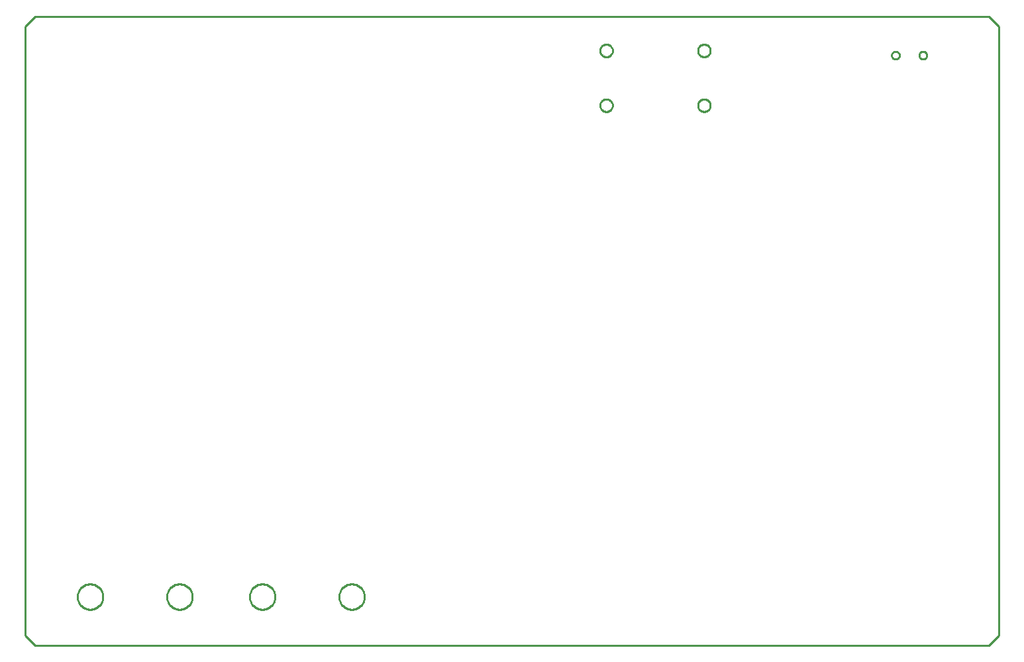
<source format=gbr>
G04 EAGLE Gerber RS-274X export*
G75*
%MOMM*%
%FSLAX34Y34*%
%LPD*%
%IN*%
%IPPOS*%
%AMOC8*
5,1,8,0,0,1.08239X$1,22.5*%
G01*
%ADD10C,0.254000*%


D10*
X0Y12700D02*
X12700Y0D01*
X1231900Y0D01*
X1244600Y12700D01*
X1244600Y791130D01*
X1231900Y803830D01*
X12700Y803830D01*
X0Y791130D01*
X0Y12700D01*
X867143Y752484D02*
X866361Y752561D01*
X865590Y752714D01*
X864838Y752943D01*
X864111Y753243D01*
X863418Y753614D01*
X862765Y754051D01*
X862157Y754549D01*
X861601Y755105D01*
X861103Y755713D01*
X860666Y756366D01*
X860295Y757059D01*
X859995Y757786D01*
X859766Y758538D01*
X859613Y759309D01*
X859536Y760091D01*
X859536Y760877D01*
X859613Y761659D01*
X859766Y762430D01*
X859995Y763182D01*
X860295Y763909D01*
X860666Y764602D01*
X861103Y765255D01*
X861601Y765863D01*
X862157Y766419D01*
X862765Y766917D01*
X863418Y767354D01*
X864111Y767725D01*
X864838Y768025D01*
X865590Y768254D01*
X866361Y768407D01*
X867143Y768484D01*
X867929Y768484D01*
X868711Y768407D01*
X869482Y768254D01*
X870234Y768025D01*
X870961Y767725D01*
X871654Y767354D01*
X872307Y766917D01*
X872915Y766419D01*
X873471Y765863D01*
X873969Y765255D01*
X874406Y764602D01*
X874777Y763909D01*
X875077Y763182D01*
X875306Y762430D01*
X875459Y761659D01*
X875536Y760877D01*
X875536Y760091D01*
X875459Y759309D01*
X875306Y758538D01*
X875077Y757786D01*
X874777Y757059D01*
X874406Y756366D01*
X873969Y755713D01*
X873471Y755105D01*
X872915Y754549D01*
X872307Y754051D01*
X871654Y753614D01*
X870961Y753243D01*
X870234Y752943D01*
X869482Y752714D01*
X868711Y752561D01*
X867929Y752484D01*
X867143Y752484D01*
X867143Y682484D02*
X866361Y682561D01*
X865590Y682714D01*
X864838Y682943D01*
X864111Y683243D01*
X863418Y683614D01*
X862765Y684051D01*
X862157Y684549D01*
X861601Y685105D01*
X861103Y685713D01*
X860666Y686366D01*
X860295Y687059D01*
X859995Y687786D01*
X859766Y688538D01*
X859613Y689309D01*
X859536Y690091D01*
X859536Y690877D01*
X859613Y691659D01*
X859766Y692430D01*
X859995Y693182D01*
X860295Y693909D01*
X860666Y694602D01*
X861103Y695255D01*
X861601Y695863D01*
X862157Y696419D01*
X862765Y696917D01*
X863418Y697354D01*
X864111Y697725D01*
X864838Y698025D01*
X865590Y698254D01*
X866361Y698407D01*
X867143Y698484D01*
X867929Y698484D01*
X868711Y698407D01*
X869482Y698254D01*
X870234Y698025D01*
X870961Y697725D01*
X871654Y697354D01*
X872307Y696917D01*
X872915Y696419D01*
X873471Y695863D01*
X873969Y695255D01*
X874406Y694602D01*
X874777Y693909D01*
X875077Y693182D01*
X875306Y692430D01*
X875459Y691659D01*
X875536Y690877D01*
X875536Y690091D01*
X875459Y689309D01*
X875306Y688538D01*
X875077Y687786D01*
X874777Y687059D01*
X874406Y686366D01*
X873969Y685713D01*
X873471Y685105D01*
X872915Y684549D01*
X872307Y684051D01*
X871654Y683614D01*
X870961Y683243D01*
X870234Y682943D01*
X869482Y682714D01*
X868711Y682561D01*
X867929Y682484D01*
X867143Y682484D01*
X742143Y752484D02*
X741361Y752561D01*
X740590Y752714D01*
X739838Y752943D01*
X739111Y753243D01*
X738418Y753614D01*
X737765Y754051D01*
X737157Y754549D01*
X736601Y755105D01*
X736103Y755713D01*
X735666Y756366D01*
X735295Y757059D01*
X734995Y757786D01*
X734766Y758538D01*
X734613Y759309D01*
X734536Y760091D01*
X734536Y760877D01*
X734613Y761659D01*
X734766Y762430D01*
X734995Y763182D01*
X735295Y763909D01*
X735666Y764602D01*
X736103Y765255D01*
X736601Y765863D01*
X737157Y766419D01*
X737765Y766917D01*
X738418Y767354D01*
X739111Y767725D01*
X739838Y768025D01*
X740590Y768254D01*
X741361Y768407D01*
X742143Y768484D01*
X742929Y768484D01*
X743711Y768407D01*
X744482Y768254D01*
X745234Y768025D01*
X745961Y767725D01*
X746654Y767354D01*
X747307Y766917D01*
X747915Y766419D01*
X748471Y765863D01*
X748969Y765255D01*
X749406Y764602D01*
X749777Y763909D01*
X750077Y763182D01*
X750306Y762430D01*
X750459Y761659D01*
X750536Y760877D01*
X750536Y760091D01*
X750459Y759309D01*
X750306Y758538D01*
X750077Y757786D01*
X749777Y757059D01*
X749406Y756366D01*
X748969Y755713D01*
X748471Y755105D01*
X747915Y754549D01*
X747307Y754051D01*
X746654Y753614D01*
X745961Y753243D01*
X745234Y752943D01*
X744482Y752714D01*
X743711Y752561D01*
X742929Y752484D01*
X742143Y752484D01*
X742143Y682484D02*
X741361Y682561D01*
X740590Y682714D01*
X739838Y682943D01*
X739111Y683243D01*
X738418Y683614D01*
X737765Y684051D01*
X737157Y684549D01*
X736601Y685105D01*
X736103Y685713D01*
X735666Y686366D01*
X735295Y687059D01*
X734995Y687786D01*
X734766Y688538D01*
X734613Y689309D01*
X734536Y690091D01*
X734536Y690877D01*
X734613Y691659D01*
X734766Y692430D01*
X734995Y693182D01*
X735295Y693909D01*
X735666Y694602D01*
X736103Y695255D01*
X736601Y695863D01*
X737157Y696419D01*
X737765Y696917D01*
X738418Y697354D01*
X739111Y697725D01*
X739838Y698025D01*
X740590Y698254D01*
X741361Y698407D01*
X742143Y698484D01*
X742929Y698484D01*
X743711Y698407D01*
X744482Y698254D01*
X745234Y698025D01*
X745961Y697725D01*
X746654Y697354D01*
X747307Y696917D01*
X747915Y696419D01*
X748471Y695863D01*
X748969Y695255D01*
X749406Y694602D01*
X749777Y693909D01*
X750077Y693182D01*
X750306Y692430D01*
X750459Y691659D01*
X750536Y690877D01*
X750536Y690091D01*
X750459Y689309D01*
X750306Y688538D01*
X750077Y687786D01*
X749777Y687059D01*
X749406Y686366D01*
X748969Y685713D01*
X748471Y685105D01*
X747915Y684549D01*
X747307Y684051D01*
X746654Y683614D01*
X745961Y683243D01*
X745234Y682943D01*
X744482Y682714D01*
X743711Y682561D01*
X742929Y682484D01*
X742143Y682484D01*
X1142300Y754761D02*
X1142363Y755319D01*
X1142488Y755866D01*
X1142673Y756396D01*
X1142917Y756902D01*
X1143216Y757378D01*
X1143566Y757817D01*
X1143963Y758214D01*
X1144402Y758564D01*
X1144878Y758863D01*
X1145384Y759107D01*
X1145914Y759292D01*
X1146461Y759417D01*
X1147019Y759480D01*
X1147581Y759480D01*
X1148139Y759417D01*
X1148686Y759292D01*
X1149216Y759107D01*
X1149722Y758863D01*
X1150198Y758564D01*
X1150637Y758214D01*
X1151034Y757817D01*
X1151384Y757378D01*
X1151683Y756902D01*
X1151927Y756396D01*
X1152112Y755866D01*
X1152237Y755319D01*
X1152300Y754761D01*
X1152300Y754199D01*
X1152237Y753641D01*
X1152112Y753094D01*
X1151927Y752564D01*
X1151683Y752058D01*
X1151384Y751582D01*
X1151034Y751143D01*
X1150637Y750746D01*
X1150198Y750396D01*
X1149722Y750097D01*
X1149216Y749853D01*
X1148686Y749668D01*
X1148139Y749543D01*
X1147581Y749480D01*
X1147019Y749480D01*
X1146461Y749543D01*
X1145914Y749668D01*
X1145384Y749853D01*
X1144878Y750097D01*
X1144402Y750396D01*
X1143963Y750746D01*
X1143566Y751143D01*
X1143216Y751582D01*
X1142917Y752058D01*
X1142673Y752564D01*
X1142488Y753094D01*
X1142363Y753641D01*
X1142300Y754199D01*
X1142300Y754761D01*
X1107300Y754761D02*
X1107363Y755319D01*
X1107488Y755866D01*
X1107673Y756396D01*
X1107917Y756902D01*
X1108216Y757378D01*
X1108566Y757817D01*
X1108963Y758214D01*
X1109402Y758564D01*
X1109878Y758863D01*
X1110384Y759107D01*
X1110914Y759292D01*
X1111461Y759417D01*
X1112019Y759480D01*
X1112581Y759480D01*
X1113139Y759417D01*
X1113686Y759292D01*
X1114216Y759107D01*
X1114722Y758863D01*
X1115198Y758564D01*
X1115637Y758214D01*
X1116034Y757817D01*
X1116384Y757378D01*
X1116683Y756902D01*
X1116927Y756396D01*
X1117112Y755866D01*
X1117237Y755319D01*
X1117300Y754761D01*
X1117300Y754199D01*
X1117237Y753641D01*
X1117112Y753094D01*
X1116927Y752564D01*
X1116683Y752058D01*
X1116384Y751582D01*
X1116034Y751143D01*
X1115637Y750746D01*
X1115198Y750396D01*
X1114722Y750097D01*
X1114216Y749853D01*
X1113686Y749668D01*
X1113139Y749543D01*
X1112581Y749480D01*
X1112019Y749480D01*
X1111461Y749543D01*
X1110914Y749668D01*
X1110384Y749853D01*
X1109878Y750097D01*
X1109402Y750396D01*
X1108963Y750746D01*
X1108566Y751143D01*
X1108216Y751582D01*
X1107917Y752058D01*
X1107673Y752564D01*
X1107488Y753094D01*
X1107363Y753641D01*
X1107300Y754199D01*
X1107300Y754761D01*
X99106Y61468D02*
X99036Y60406D01*
X98897Y59351D01*
X98690Y58307D01*
X98414Y57279D01*
X98072Y56271D01*
X97665Y55287D01*
X97194Y54333D01*
X96662Y53411D01*
X96071Y52526D01*
X95423Y51682D01*
X94721Y50882D01*
X93968Y50129D01*
X93168Y49427D01*
X92324Y48779D01*
X91439Y48188D01*
X90517Y47656D01*
X89563Y47185D01*
X88579Y46778D01*
X87571Y46436D01*
X86543Y46160D01*
X85499Y45953D01*
X84444Y45814D01*
X83382Y45744D01*
X82318Y45744D01*
X81256Y45814D01*
X80201Y45953D01*
X79157Y46160D01*
X78129Y46436D01*
X77121Y46778D01*
X76137Y47185D01*
X75183Y47656D01*
X74261Y48188D01*
X73376Y48779D01*
X72532Y49427D01*
X71732Y50129D01*
X70979Y50882D01*
X70277Y51682D01*
X69629Y52526D01*
X69038Y53411D01*
X68506Y54333D01*
X68035Y55287D01*
X67628Y56271D01*
X67286Y57279D01*
X67010Y58307D01*
X66803Y59351D01*
X66664Y60406D01*
X66594Y61468D01*
X66594Y62532D01*
X66664Y63594D01*
X66803Y64649D01*
X67010Y65693D01*
X67286Y66721D01*
X67628Y67729D01*
X68035Y68713D01*
X68506Y69667D01*
X69038Y70589D01*
X69629Y71474D01*
X70277Y72318D01*
X70979Y73118D01*
X71732Y73871D01*
X72532Y74573D01*
X73376Y75221D01*
X74261Y75812D01*
X75183Y76344D01*
X76137Y76815D01*
X77121Y77222D01*
X78129Y77564D01*
X79157Y77840D01*
X80201Y78047D01*
X81256Y78186D01*
X82318Y78256D01*
X83382Y78256D01*
X84444Y78186D01*
X85499Y78047D01*
X86543Y77840D01*
X87571Y77564D01*
X88579Y77222D01*
X89563Y76815D01*
X90517Y76344D01*
X91439Y75812D01*
X92324Y75221D01*
X93168Y74573D01*
X93968Y73871D01*
X94721Y73118D01*
X95423Y72318D01*
X96071Y71474D01*
X96662Y70589D01*
X97194Y69667D01*
X97665Y68713D01*
X98072Y67729D01*
X98414Y66721D01*
X98690Y65693D01*
X98897Y64649D01*
X99036Y63594D01*
X99106Y62532D01*
X99106Y61468D01*
X213406Y61468D02*
X213336Y60406D01*
X213197Y59351D01*
X212990Y58307D01*
X212714Y57279D01*
X212372Y56271D01*
X211965Y55287D01*
X211494Y54333D01*
X210962Y53411D01*
X210371Y52526D01*
X209723Y51682D01*
X209021Y50882D01*
X208268Y50129D01*
X207468Y49427D01*
X206624Y48779D01*
X205739Y48188D01*
X204817Y47656D01*
X203863Y47185D01*
X202879Y46778D01*
X201871Y46436D01*
X200843Y46160D01*
X199799Y45953D01*
X198744Y45814D01*
X197682Y45744D01*
X196618Y45744D01*
X195556Y45814D01*
X194501Y45953D01*
X193457Y46160D01*
X192429Y46436D01*
X191421Y46778D01*
X190437Y47185D01*
X189483Y47656D01*
X188561Y48188D01*
X187676Y48779D01*
X186832Y49427D01*
X186032Y50129D01*
X185279Y50882D01*
X184577Y51682D01*
X183929Y52526D01*
X183338Y53411D01*
X182806Y54333D01*
X182335Y55287D01*
X181928Y56271D01*
X181586Y57279D01*
X181310Y58307D01*
X181103Y59351D01*
X180964Y60406D01*
X180894Y61468D01*
X180894Y62532D01*
X180964Y63594D01*
X181103Y64649D01*
X181310Y65693D01*
X181586Y66721D01*
X181928Y67729D01*
X182335Y68713D01*
X182806Y69667D01*
X183338Y70589D01*
X183929Y71474D01*
X184577Y72318D01*
X185279Y73118D01*
X186032Y73871D01*
X186832Y74573D01*
X187676Y75221D01*
X188561Y75812D01*
X189483Y76344D01*
X190437Y76815D01*
X191421Y77222D01*
X192429Y77564D01*
X193457Y77840D01*
X194501Y78047D01*
X195556Y78186D01*
X196618Y78256D01*
X197682Y78256D01*
X198744Y78186D01*
X199799Y78047D01*
X200843Y77840D01*
X201871Y77564D01*
X202879Y77222D01*
X203863Y76815D01*
X204817Y76344D01*
X205739Y75812D01*
X206624Y75221D01*
X207468Y74573D01*
X208268Y73871D01*
X209021Y73118D01*
X209723Y72318D01*
X210371Y71474D01*
X210962Y70589D01*
X211494Y69667D01*
X211965Y68713D01*
X212372Y67729D01*
X212714Y66721D01*
X212990Y65693D01*
X213197Y64649D01*
X213336Y63594D01*
X213406Y62532D01*
X213406Y61468D01*
X319106Y61468D02*
X319036Y60406D01*
X318897Y59351D01*
X318690Y58307D01*
X318414Y57279D01*
X318072Y56271D01*
X317665Y55287D01*
X317194Y54333D01*
X316662Y53411D01*
X316071Y52526D01*
X315423Y51682D01*
X314721Y50882D01*
X313968Y50129D01*
X313168Y49427D01*
X312324Y48779D01*
X311439Y48188D01*
X310517Y47656D01*
X309563Y47185D01*
X308579Y46778D01*
X307571Y46436D01*
X306543Y46160D01*
X305499Y45953D01*
X304444Y45814D01*
X303382Y45744D01*
X302318Y45744D01*
X301256Y45814D01*
X300201Y45953D01*
X299157Y46160D01*
X298129Y46436D01*
X297121Y46778D01*
X296137Y47185D01*
X295183Y47656D01*
X294261Y48188D01*
X293376Y48779D01*
X292532Y49427D01*
X291732Y50129D01*
X290979Y50882D01*
X290277Y51682D01*
X289629Y52526D01*
X289038Y53411D01*
X288506Y54333D01*
X288035Y55287D01*
X287628Y56271D01*
X287286Y57279D01*
X287010Y58307D01*
X286803Y59351D01*
X286664Y60406D01*
X286594Y61468D01*
X286594Y62532D01*
X286664Y63594D01*
X286803Y64649D01*
X287010Y65693D01*
X287286Y66721D01*
X287628Y67729D01*
X288035Y68713D01*
X288506Y69667D01*
X289038Y70589D01*
X289629Y71474D01*
X290277Y72318D01*
X290979Y73118D01*
X291732Y73871D01*
X292532Y74573D01*
X293376Y75221D01*
X294261Y75812D01*
X295183Y76344D01*
X296137Y76815D01*
X297121Y77222D01*
X298129Y77564D01*
X299157Y77840D01*
X300201Y78047D01*
X301256Y78186D01*
X302318Y78256D01*
X303382Y78256D01*
X304444Y78186D01*
X305499Y78047D01*
X306543Y77840D01*
X307571Y77564D01*
X308579Y77222D01*
X309563Y76815D01*
X310517Y76344D01*
X311439Y75812D01*
X312324Y75221D01*
X313168Y74573D01*
X313968Y73871D01*
X314721Y73118D01*
X315423Y72318D01*
X316071Y71474D01*
X316662Y70589D01*
X317194Y69667D01*
X317665Y68713D01*
X318072Y67729D01*
X318414Y66721D01*
X318690Y65693D01*
X318897Y64649D01*
X319036Y63594D01*
X319106Y62532D01*
X319106Y61468D01*
X433406Y61468D02*
X433336Y60406D01*
X433197Y59351D01*
X432990Y58307D01*
X432714Y57279D01*
X432372Y56271D01*
X431965Y55287D01*
X431494Y54333D01*
X430962Y53411D01*
X430371Y52526D01*
X429723Y51682D01*
X429021Y50882D01*
X428268Y50129D01*
X427468Y49427D01*
X426624Y48779D01*
X425739Y48188D01*
X424817Y47656D01*
X423863Y47185D01*
X422879Y46778D01*
X421871Y46436D01*
X420843Y46160D01*
X419799Y45953D01*
X418744Y45814D01*
X417682Y45744D01*
X416618Y45744D01*
X415556Y45814D01*
X414501Y45953D01*
X413457Y46160D01*
X412429Y46436D01*
X411421Y46778D01*
X410437Y47185D01*
X409483Y47656D01*
X408561Y48188D01*
X407676Y48779D01*
X406832Y49427D01*
X406032Y50129D01*
X405279Y50882D01*
X404577Y51682D01*
X403929Y52526D01*
X403338Y53411D01*
X402806Y54333D01*
X402335Y55287D01*
X401928Y56271D01*
X401586Y57279D01*
X401310Y58307D01*
X401103Y59351D01*
X400964Y60406D01*
X400894Y61468D01*
X400894Y62532D01*
X400964Y63594D01*
X401103Y64649D01*
X401310Y65693D01*
X401586Y66721D01*
X401928Y67729D01*
X402335Y68713D01*
X402806Y69667D01*
X403338Y70589D01*
X403929Y71474D01*
X404577Y72318D01*
X405279Y73118D01*
X406032Y73871D01*
X406832Y74573D01*
X407676Y75221D01*
X408561Y75812D01*
X409483Y76344D01*
X410437Y76815D01*
X411421Y77222D01*
X412429Y77564D01*
X413457Y77840D01*
X414501Y78047D01*
X415556Y78186D01*
X416618Y78256D01*
X417682Y78256D01*
X418744Y78186D01*
X419799Y78047D01*
X420843Y77840D01*
X421871Y77564D01*
X422879Y77222D01*
X423863Y76815D01*
X424817Y76344D01*
X425739Y75812D01*
X426624Y75221D01*
X427468Y74573D01*
X428268Y73871D01*
X429021Y73118D01*
X429723Y72318D01*
X430371Y71474D01*
X430962Y70589D01*
X431494Y69667D01*
X431965Y68713D01*
X432372Y67729D01*
X432714Y66721D01*
X432990Y65693D01*
X433197Y64649D01*
X433336Y63594D01*
X433406Y62532D01*
X433406Y61468D01*
M02*

</source>
